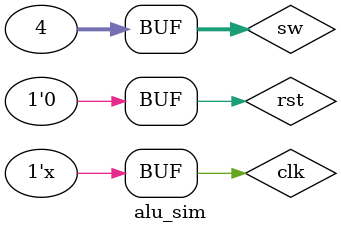
<source format=sv>
`timescale 1ns / 1ps


module alu_sim(

    );
logic clk;
logic rst;
logic[31:0] sw;
logic[15:0] result;
initial begin
    clk = 0;
    rst = 1;
    #1;
    rst = 0;
    #5;
    sw = 32'h0000aa67;
    #20;
    sw = 32'h00002165;
    #20;
    sw = 32'd1;
    #40;
    sw = 32'h0000aa67;
    #20;
    sw = 32'h00002165;
    #20;
    sw = 32'd2;
    #40;
    sw = 32'h0000aa67;
    #20;
    sw = 32'h00002165;
    #20;
    sw = 32'd3;
    #40;
    sw = 32'h0000aa67;
    #20;
    sw = 32'h00002165;
    #20;
    sw = 32'd4;
    #40;
    

end
always #10 clk = ~clk;

alu test_alu(
    .clk(clk),
    .rst(rst),
    .inputSW(sw),
    .fout(result)
);

// initial begin
//     #5
//     sw = 32'h0000e546;
//     #20
//     sw = 32'h0000d373;
//     #20
//     sw = 32'd0;
// end
endmodule

</source>
